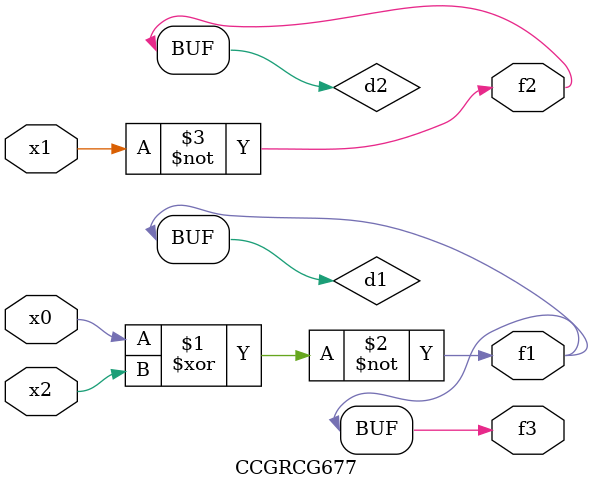
<source format=v>
module CCGRCG677(
	input x0, x1, x2,
	output f1, f2, f3
);

	wire d1, d2, d3;

	xnor (d1, x0, x2);
	nand (d2, x1);
	nor (d3, x1, x2);
	assign f1 = d1;
	assign f2 = d2;
	assign f3 = d1;
endmodule

</source>
